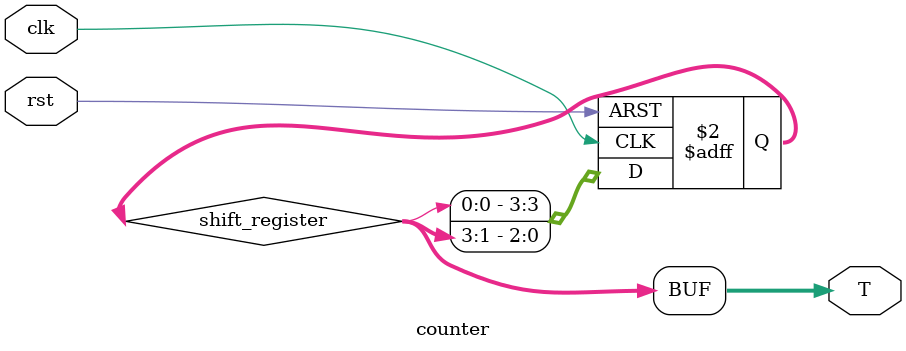
<source format=v>
`timescale 1ns / 1ps


module counter(
    input clk,
    input [0:0] rst,
    output [3:0] T
    );
    reg [3:0] shift_register;
    always @(posedge clk or posedge rst) begin
        if (rst)
            shift_register <= 4'b1000; // Reset the pattern
        else
            shift_register <= {shift_register[0],shift_register[3:1]};
    end

    assign T = shift_register;
endmodule
</source>
